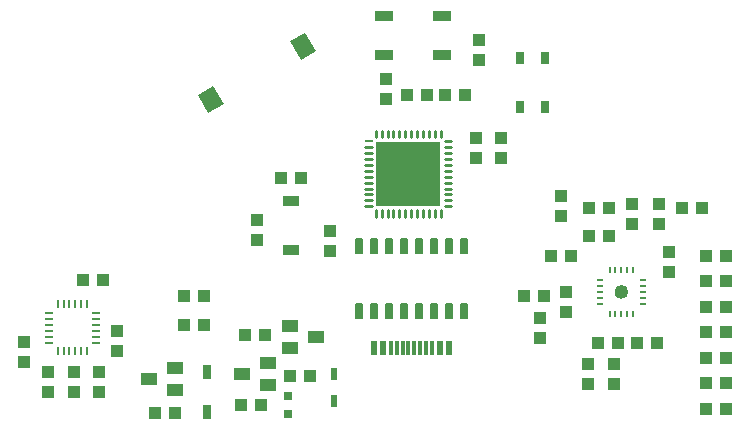
<source format=gbr>
G04 EAGLE Gerber RS-274X export*
G75*
%MOMM*%
%FSLAX34Y34*%
%LPD*%
%INSolderpaste Top*%
%IPPOS*%
%AMOC8*
5,1,8,0,0,1.08239X$1,22.5*%
G01*
%ADD10R,1.000000X1.100000*%
%ADD11R,1.100000X1.000000*%
%ADD12R,0.520000X1.110000*%
%ADD13R,0.730000X1.210000*%
%ADD14R,1.500000X1.800000*%
%ADD15R,0.600000X1.150000*%
%ADD16R,0.300000X1.150000*%
%ADD17R,1.400000X1.000000*%
%ADD18R,1.400000X0.950000*%
%ADD19R,0.500000X0.250000*%
%ADD20R,0.250000X0.500000*%
%ADD21R,0.790000X0.260000*%
%ADD22R,0.260000X0.790000*%
%ADD23C,0.155000*%
%ADD24R,1.500000X0.900000*%
%ADD25R,0.650000X1.050000*%
%ADD26R,1.739000X1.739000*%
%ADD27R,0.785000X0.242000*%
%ADD28C,0.242000*%
%ADD29R,5.500000X5.500000*%
%ADD30R,0.800000X0.800000*%

G36*
X175191Y112527D02*
X175191Y112527D01*
X175240Y112542D01*
X175330Y112559D01*
X176404Y112934D01*
X176448Y112959D01*
X176532Y112996D01*
X177495Y113601D01*
X177532Y113635D01*
X177606Y113690D01*
X178410Y114494D01*
X178439Y114536D01*
X178499Y114605D01*
X179104Y115568D01*
X179123Y115615D01*
X179166Y115696D01*
X179541Y116770D01*
X179549Y116820D01*
X179573Y116909D01*
X179700Y118039D01*
X179697Y118089D01*
X179700Y118181D01*
X179573Y119311D01*
X179558Y119360D01*
X179541Y119450D01*
X179166Y120524D01*
X179141Y120568D01*
X179104Y120652D01*
X178499Y121615D01*
X178465Y121652D01*
X178410Y121726D01*
X177606Y122530D01*
X177564Y122559D01*
X177495Y122619D01*
X176532Y123224D01*
X176485Y123243D01*
X176404Y123286D01*
X175330Y123661D01*
X175280Y123669D01*
X175191Y123693D01*
X174061Y123820D01*
X174011Y123817D01*
X173919Y123820D01*
X172789Y123693D01*
X172740Y123678D01*
X172650Y123661D01*
X171576Y123286D01*
X171532Y123261D01*
X171448Y123224D01*
X170485Y122619D01*
X170448Y122585D01*
X170374Y122530D01*
X169570Y121726D01*
X169541Y121684D01*
X169481Y121615D01*
X168876Y120652D01*
X168857Y120605D01*
X168814Y120524D01*
X168439Y119450D01*
X168431Y119400D01*
X168407Y119311D01*
X168280Y118181D01*
X168283Y118131D01*
X168280Y118039D01*
X168407Y116909D01*
X168422Y116860D01*
X168439Y116770D01*
X168814Y115696D01*
X168839Y115652D01*
X168876Y115568D01*
X169481Y114605D01*
X169515Y114568D01*
X169570Y114494D01*
X170374Y113690D01*
X170416Y113661D01*
X170485Y113601D01*
X171448Y112996D01*
X171495Y112977D01*
X171576Y112934D01*
X172650Y112559D01*
X172700Y112551D01*
X172789Y112527D01*
X173919Y112400D01*
X173969Y112403D01*
X174061Y112400D01*
X175191Y112527D01*
G37*
D10*
X214630Y135010D03*
X214630Y152010D03*
X182880Y175650D03*
X182880Y192650D03*
X123190Y199000D03*
X123190Y182000D03*
X105410Y96130D03*
X105410Y79130D03*
X146050Y56760D03*
X146050Y39760D03*
X50800Y248530D03*
X50800Y231530D03*
X72390Y248530D03*
X72390Y231530D03*
X-72390Y169790D03*
X-72390Y152790D03*
X-134620Y178680D03*
X-134620Y161680D03*
X-25400Y281060D03*
X-25400Y298060D03*
X-267970Y50410D03*
X-267970Y33410D03*
D11*
X-281550Y128270D03*
X-264550Y128270D03*
D10*
X-289560Y50410D03*
X-289560Y33410D03*
X-252730Y67700D03*
X-252730Y84700D03*
D11*
X262500Y62230D03*
X245500Y62230D03*
D10*
X205740Y175650D03*
X205740Y192650D03*
D12*
X-68910Y25350D03*
X-68910Y48650D03*
D13*
X-176530Y49820D03*
X-176530Y16220D03*
D14*
G36*
X-106644Y330074D02*
X-93654Y337574D01*
X-84654Y321986D01*
X-97644Y314486D01*
X-106644Y330074D01*
G37*
G36*
X-184586Y285074D02*
X-171596Y292574D01*
X-162596Y276986D01*
X-175586Y269486D01*
X-184586Y285074D01*
G37*
D15*
X-35810Y70410D03*
X28190Y70410D03*
X-27810Y70410D03*
X20190Y70410D03*
D16*
X-1310Y70410D03*
X-6310Y70410D03*
X3690Y70410D03*
X8690Y70410D03*
X13690Y70410D03*
X-11310Y70410D03*
X-16310Y70410D03*
X-21310Y70410D03*
D17*
X-203630Y34950D03*
X-203630Y53950D03*
X-225630Y44450D03*
D11*
X-311150Y33410D03*
X-311150Y50410D03*
X-331470Y58810D03*
X-331470Y75810D03*
D10*
X-179460Y90170D03*
X-196460Y90170D03*
X-196460Y114300D03*
X-179460Y114300D03*
X-220590Y15240D03*
X-203590Y15240D03*
X245500Y40640D03*
X262500Y40640D03*
X242180Y189230D03*
X225180Y189230D03*
X245500Y19050D03*
X262500Y19050D03*
X245500Y83820D03*
X262500Y83820D03*
X245500Y148590D03*
X262500Y148590D03*
X245500Y127000D03*
X262500Y127000D03*
X163440Y189230D03*
X146440Y189230D03*
X187080Y74930D03*
X204080Y74930D03*
X163440Y165100D03*
X146440Y165100D03*
X131690Y148590D03*
X114690Y148590D03*
X91830Y114300D03*
X108830Y114300D03*
D11*
X127000Y117720D03*
X127000Y100720D03*
X167640Y56760D03*
X167640Y39760D03*
D10*
X171060Y74930D03*
X154060Y74930D03*
X245500Y105410D03*
X262500Y105410D03*
X41520Y284480D03*
X24520Y284480D03*
X-7230Y284480D03*
X9770Y284480D03*
X-113910Y214630D03*
X-96910Y214630D03*
X-89290Y46990D03*
X-106290Y46990D03*
X-144390Y81280D03*
X-127390Y81280D03*
D11*
X53340Y314080D03*
X53340Y331080D03*
D18*
X-105410Y194740D03*
X-105410Y153240D03*
D17*
X-124890Y38760D03*
X-146890Y48260D03*
X-124890Y57760D03*
X-106250Y89510D03*
X-84250Y80010D03*
X-106250Y70510D03*
D19*
X192490Y108110D03*
X192490Y113110D03*
X192490Y118110D03*
X192490Y123110D03*
X192490Y128110D03*
D20*
X183990Y136610D03*
X178990Y136610D03*
X173990Y136610D03*
X168990Y136610D03*
X163990Y136610D03*
D19*
X155490Y128110D03*
X155490Y123110D03*
X155490Y118110D03*
X155490Y113110D03*
X155490Y108110D03*
D20*
X163990Y99610D03*
X168990Y99610D03*
X173990Y99610D03*
X178990Y99610D03*
X183990Y99610D03*
D21*
X-310530Y100130D03*
X-310530Y95130D03*
X-310530Y90130D03*
X-310530Y85130D03*
X-310530Y80130D03*
X-310530Y75130D03*
D22*
X-303330Y67930D03*
X-298330Y67930D03*
X-293330Y67930D03*
X-288330Y67930D03*
X-283330Y67930D03*
X-278330Y67930D03*
D21*
X-271130Y75130D03*
X-271130Y80130D03*
X-271130Y85130D03*
X-271130Y90130D03*
X-271130Y95130D03*
X-271130Y100130D03*
D22*
X-278330Y107330D03*
X-283330Y107330D03*
X-288330Y107330D03*
X-293330Y107330D03*
X-298330Y107330D03*
X-303330Y107330D03*
D23*
X-45935Y107815D02*
X-45935Y96265D01*
X-50585Y96265D01*
X-50585Y107815D01*
X-45935Y107815D01*
X-45935Y97737D02*
X-50585Y97737D01*
X-50585Y99209D02*
X-45935Y99209D01*
X-45935Y100681D02*
X-50585Y100681D01*
X-50585Y102153D02*
X-45935Y102153D01*
X-45935Y103625D02*
X-50585Y103625D01*
X-50585Y105097D02*
X-45935Y105097D01*
X-45935Y106569D02*
X-50585Y106569D01*
X-33235Y107815D02*
X-33235Y96265D01*
X-37885Y96265D01*
X-37885Y107815D01*
X-33235Y107815D01*
X-33235Y97737D02*
X-37885Y97737D01*
X-37885Y99209D02*
X-33235Y99209D01*
X-33235Y100681D02*
X-37885Y100681D01*
X-37885Y102153D02*
X-33235Y102153D01*
X-33235Y103625D02*
X-37885Y103625D01*
X-37885Y105097D02*
X-33235Y105097D01*
X-33235Y106569D02*
X-37885Y106569D01*
X-20535Y107815D02*
X-20535Y96265D01*
X-25185Y96265D01*
X-25185Y107815D01*
X-20535Y107815D01*
X-20535Y97737D02*
X-25185Y97737D01*
X-25185Y99209D02*
X-20535Y99209D01*
X-20535Y100681D02*
X-25185Y100681D01*
X-25185Y102153D02*
X-20535Y102153D01*
X-20535Y103625D02*
X-25185Y103625D01*
X-25185Y105097D02*
X-20535Y105097D01*
X-20535Y106569D02*
X-25185Y106569D01*
X-7835Y107815D02*
X-7835Y96265D01*
X-12485Y96265D01*
X-12485Y107815D01*
X-7835Y107815D01*
X-7835Y97737D02*
X-12485Y97737D01*
X-12485Y99209D02*
X-7835Y99209D01*
X-7835Y100681D02*
X-12485Y100681D01*
X-12485Y102153D02*
X-7835Y102153D01*
X-7835Y103625D02*
X-12485Y103625D01*
X-12485Y105097D02*
X-7835Y105097D01*
X-7835Y106569D02*
X-12485Y106569D01*
X4865Y107815D02*
X4865Y96265D01*
X215Y96265D01*
X215Y107815D01*
X4865Y107815D01*
X4865Y97737D02*
X215Y97737D01*
X215Y99209D02*
X4865Y99209D01*
X4865Y100681D02*
X215Y100681D01*
X215Y102153D02*
X4865Y102153D01*
X4865Y103625D02*
X215Y103625D01*
X215Y105097D02*
X4865Y105097D01*
X4865Y106569D02*
X215Y106569D01*
X17565Y107815D02*
X17565Y96265D01*
X12915Y96265D01*
X12915Y107815D01*
X17565Y107815D01*
X17565Y97737D02*
X12915Y97737D01*
X12915Y99209D02*
X17565Y99209D01*
X17565Y100681D02*
X12915Y100681D01*
X12915Y102153D02*
X17565Y102153D01*
X17565Y103625D02*
X12915Y103625D01*
X12915Y105097D02*
X17565Y105097D01*
X17565Y106569D02*
X12915Y106569D01*
X30265Y107815D02*
X30265Y96265D01*
X25615Y96265D01*
X25615Y107815D01*
X30265Y107815D01*
X30265Y97737D02*
X25615Y97737D01*
X25615Y99209D02*
X30265Y99209D01*
X30265Y100681D02*
X25615Y100681D01*
X25615Y102153D02*
X30265Y102153D01*
X30265Y103625D02*
X25615Y103625D01*
X25615Y105097D02*
X30265Y105097D01*
X30265Y106569D02*
X25615Y106569D01*
X42965Y107815D02*
X42965Y96265D01*
X38315Y96265D01*
X38315Y107815D01*
X42965Y107815D01*
X42965Y97737D02*
X38315Y97737D01*
X38315Y99209D02*
X42965Y99209D01*
X42965Y100681D02*
X38315Y100681D01*
X38315Y102153D02*
X42965Y102153D01*
X42965Y103625D02*
X38315Y103625D01*
X38315Y105097D02*
X42965Y105097D01*
X42965Y106569D02*
X38315Y106569D01*
X42965Y151265D02*
X42965Y162815D01*
X42965Y151265D02*
X38315Y151265D01*
X38315Y162815D01*
X42965Y162815D01*
X42965Y152737D02*
X38315Y152737D01*
X38315Y154209D02*
X42965Y154209D01*
X42965Y155681D02*
X38315Y155681D01*
X38315Y157153D02*
X42965Y157153D01*
X42965Y158625D02*
X38315Y158625D01*
X38315Y160097D02*
X42965Y160097D01*
X42965Y161569D02*
X38315Y161569D01*
X30265Y162815D02*
X30265Y151265D01*
X25615Y151265D01*
X25615Y162815D01*
X30265Y162815D01*
X30265Y152737D02*
X25615Y152737D01*
X25615Y154209D02*
X30265Y154209D01*
X30265Y155681D02*
X25615Y155681D01*
X25615Y157153D02*
X30265Y157153D01*
X30265Y158625D02*
X25615Y158625D01*
X25615Y160097D02*
X30265Y160097D01*
X30265Y161569D02*
X25615Y161569D01*
X17565Y162815D02*
X17565Y151265D01*
X12915Y151265D01*
X12915Y162815D01*
X17565Y162815D01*
X17565Y152737D02*
X12915Y152737D01*
X12915Y154209D02*
X17565Y154209D01*
X17565Y155681D02*
X12915Y155681D01*
X12915Y157153D02*
X17565Y157153D01*
X17565Y158625D02*
X12915Y158625D01*
X12915Y160097D02*
X17565Y160097D01*
X17565Y161569D02*
X12915Y161569D01*
X4865Y162815D02*
X4865Y151265D01*
X215Y151265D01*
X215Y162815D01*
X4865Y162815D01*
X4865Y152737D02*
X215Y152737D01*
X215Y154209D02*
X4865Y154209D01*
X4865Y155681D02*
X215Y155681D01*
X215Y157153D02*
X4865Y157153D01*
X4865Y158625D02*
X215Y158625D01*
X215Y160097D02*
X4865Y160097D01*
X4865Y161569D02*
X215Y161569D01*
X-7835Y162815D02*
X-7835Y151265D01*
X-12485Y151265D01*
X-12485Y162815D01*
X-7835Y162815D01*
X-7835Y152737D02*
X-12485Y152737D01*
X-12485Y154209D02*
X-7835Y154209D01*
X-7835Y155681D02*
X-12485Y155681D01*
X-12485Y157153D02*
X-7835Y157153D01*
X-7835Y158625D02*
X-12485Y158625D01*
X-12485Y160097D02*
X-7835Y160097D01*
X-7835Y161569D02*
X-12485Y161569D01*
X-20535Y162815D02*
X-20535Y151265D01*
X-25185Y151265D01*
X-25185Y162815D01*
X-20535Y162815D01*
X-20535Y152737D02*
X-25185Y152737D01*
X-25185Y154209D02*
X-20535Y154209D01*
X-20535Y155681D02*
X-25185Y155681D01*
X-25185Y157153D02*
X-20535Y157153D01*
X-20535Y158625D02*
X-25185Y158625D01*
X-25185Y160097D02*
X-20535Y160097D01*
X-20535Y161569D02*
X-25185Y161569D01*
X-33235Y162815D02*
X-33235Y151265D01*
X-37885Y151265D01*
X-37885Y162815D01*
X-33235Y162815D01*
X-33235Y152737D02*
X-37885Y152737D01*
X-37885Y154209D02*
X-33235Y154209D01*
X-33235Y155681D02*
X-37885Y155681D01*
X-37885Y157153D02*
X-33235Y157153D01*
X-33235Y158625D02*
X-37885Y158625D01*
X-37885Y160097D02*
X-33235Y160097D01*
X-33235Y161569D02*
X-37885Y161569D01*
X-45935Y162815D02*
X-45935Y151265D01*
X-50585Y151265D01*
X-50585Y162815D01*
X-45935Y162815D01*
X-45935Y152737D02*
X-50585Y152737D01*
X-50585Y154209D02*
X-45935Y154209D01*
X-45935Y155681D02*
X-50585Y155681D01*
X-50585Y157153D02*
X-45935Y157153D01*
X-45935Y158625D02*
X-50585Y158625D01*
X-50585Y160097D02*
X-45935Y160097D01*
X-45935Y161569D02*
X-50585Y161569D01*
D24*
X21960Y318780D03*
X21960Y351780D03*
X-27040Y351780D03*
X-27040Y318780D03*
D25*
X109299Y315873D03*
X109299Y274373D03*
X87799Y315873D03*
X87799Y274373D03*
D26*
X-18534Y230058D03*
X5596Y230058D03*
X-18534Y205928D03*
X5596Y205928D03*
D27*
X-40099Y245493D03*
D28*
X-42814Y240493D02*
X-37384Y240493D01*
X-37384Y235493D02*
X-42814Y235493D01*
X-42814Y230493D02*
X-37384Y230493D01*
X-37384Y225493D02*
X-42814Y225493D01*
X-42814Y220493D02*
X-37384Y220493D01*
X-37384Y215493D02*
X-42814Y215493D01*
X-42814Y210493D02*
X-37384Y210493D01*
X-37384Y205493D02*
X-42814Y205493D01*
X-42814Y200493D02*
X-37384Y200493D01*
X-37384Y195493D02*
X-42814Y195493D01*
X-42814Y190493D02*
X-37384Y190493D01*
X24446Y190493D02*
X29876Y190493D01*
X29876Y195493D02*
X24446Y195493D01*
X24446Y200493D02*
X29876Y200493D01*
X29876Y205493D02*
X24446Y205493D01*
X24446Y210493D02*
X29876Y210493D01*
X29876Y215493D02*
X24446Y215493D01*
X24446Y220493D02*
X29876Y220493D01*
X29876Y225493D02*
X24446Y225493D01*
X24446Y230493D02*
X29876Y230493D01*
X29876Y235493D02*
X24446Y235493D01*
X24446Y240493D02*
X29876Y240493D01*
X29876Y245493D02*
X24446Y245493D01*
X-33969Y187078D02*
X-33969Y181648D01*
X-28969Y181648D02*
X-28969Y187078D01*
X-23969Y187078D02*
X-23969Y181648D01*
X-18969Y181648D02*
X-18969Y187078D01*
X-13969Y187078D02*
X-13969Y181648D01*
X-8969Y181648D02*
X-8969Y187078D01*
X-3969Y187078D02*
X-3969Y181648D01*
X1031Y181648D02*
X1031Y187078D01*
X6031Y187078D02*
X6031Y181648D01*
X11031Y181648D02*
X11031Y187078D01*
X16031Y187078D02*
X16031Y181648D01*
X21031Y181648D02*
X21031Y187078D01*
X21031Y248908D02*
X21031Y254338D01*
X16031Y254338D02*
X16031Y248908D01*
X11031Y248908D02*
X11031Y254338D01*
X6031Y254338D02*
X6031Y248908D01*
X1031Y248908D02*
X1031Y254338D01*
X-3969Y254338D02*
X-3969Y248908D01*
X-8969Y248908D02*
X-8969Y254338D01*
X-13969Y254338D02*
X-13969Y248908D01*
X-18969Y248908D02*
X-18969Y254338D01*
X-23969Y254338D02*
X-23969Y248908D01*
X-28969Y248908D02*
X-28969Y254338D01*
X-33969Y254338D02*
X-33969Y248908D01*
D29*
X-6469Y217993D03*
D30*
X-107991Y29697D03*
X-107991Y14697D03*
D10*
X-148403Y22197D03*
X-131403Y22197D03*
M02*

</source>
